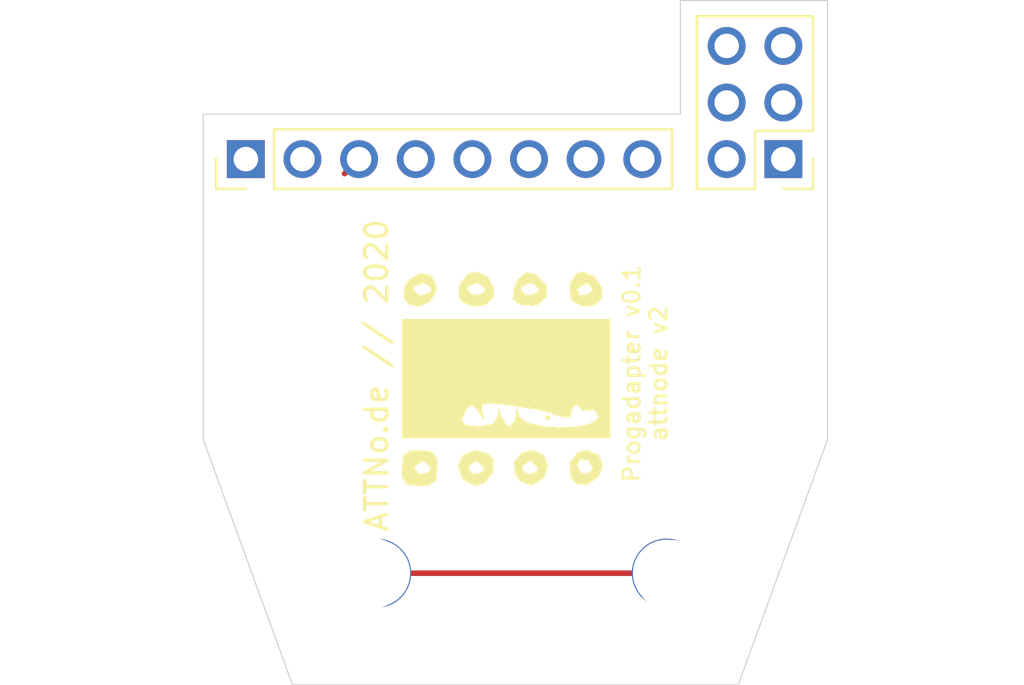
<source format=kicad_pcb>
(kicad_pcb (version 20171130) (host pcbnew "(5.1.8)-1")

  (general
    (thickness 1.6)
    (drawings 10)
    (tracks 6)
    (zones 0)
    (modules 7)
    (nets 15)
  )

  (page A4)
  (layers
    (0 F.Cu signal)
    (31 B.Cu signal)
    (32 B.Adhes user)
    (33 F.Adhes user)
    (34 B.Paste user)
    (35 F.Paste user)
    (36 B.SilkS user)
    (37 F.SilkS user)
    (38 B.Mask user)
    (39 F.Mask user)
    (40 Dwgs.User user)
    (41 Cmts.User user)
    (42 Eco1.User user)
    (43 Eco2.User user)
    (44 Edge.Cuts user)
    (45 Margin user)
    (46 B.CrtYd user)
    (47 F.CrtYd user)
    (48 B.Fab user)
    (49 F.Fab user)
  )

  (setup
    (last_trace_width 0.25)
    (trace_clearance 0.2)
    (zone_clearance 0.508)
    (zone_45_only no)
    (trace_min 0.2)
    (via_size 0.8)
    (via_drill 0.4)
    (via_min_size 0.4)
    (via_min_drill 0.3)
    (uvia_size 0.3)
    (uvia_drill 0.1)
    (uvias_allowed no)
    (uvia_min_size 0.2)
    (uvia_min_drill 0.1)
    (edge_width 0.05)
    (segment_width 0.2)
    (pcb_text_width 0.3)
    (pcb_text_size 1.5 1.5)
    (mod_edge_width 0.12)
    (mod_text_size 1 1)
    (mod_text_width 0.15)
    (pad_size 4.3 4.3)
    (pad_drill 4.3)
    (pad_to_mask_clearance 0.051)
    (solder_mask_min_width 0.25)
    (aux_axis_origin 0 0)
    (visible_elements 7FFFFFFF)
    (pcbplotparams
      (layerselection 0x010fc_ffffffff)
      (usegerberextensions false)
      (usegerberattributes false)
      (usegerberadvancedattributes false)
      (creategerberjobfile false)
      (excludeedgelayer true)
      (linewidth 0.100000)
      (plotframeref false)
      (viasonmask false)
      (mode 1)
      (useauxorigin false)
      (hpglpennumber 1)
      (hpglpenspeed 20)
      (hpglpendiameter 15.000000)
      (psnegative false)
      (psa4output false)
      (plotreference true)
      (plotvalue true)
      (plotinvisibletext false)
      (padsonsilk false)
      (subtractmaskfromsilk false)
      (outputformat 1)
      (mirror false)
      (drillshape 0)
      (scaleselection 1)
      (outputdirectory "Gerber_V2/"))
  )

  (net 0 "")
  (net 1 PRG_Vin)
  (net 2 "Net-(J1-Pad8)")
  (net 3 "Net-(J1-Pad7)")
  (net 4 "Net-(J1-Pad6)")
  (net 5 "Net-(J1-Pad5)")
  (net 6 "Net-(J1-Pad4)")
  (net 7 "Net-(J1-Pad3)")
  (net 8 "Net-(J1-Pad2)")
  (net 9 "Net-(J1-Pad1)")
  (net 10 PRG_GND)
  (net 11 "Net-(PRG-Out1-Pad5)")
  (net 12 "Net-(PRG-Out1-Pad4)")
  (net 13 "Net-(PRG-Out1-Pad3)")
  (net 14 "Net-(PRG-Out1-Pad1)")

  (net_class Default "Dies ist die voreingestellte Netzklasse."
    (clearance 0.2)
    (trace_width 0.25)
    (via_dia 0.8)
    (via_drill 0.4)
    (uvia_dia 0.3)
    (uvia_drill 0.1)
    (add_net "Net-(J1-Pad1)")
    (add_net "Net-(J1-Pad2)")
    (add_net "Net-(J1-Pad3)")
    (add_net "Net-(J1-Pad4)")
    (add_net "Net-(J1-Pad5)")
    (add_net "Net-(J1-Pad6)")
    (add_net "Net-(J1-Pad7)")
    (add_net "Net-(J1-Pad8)")
    (add_net "Net-(PRG-Out1-Pad1)")
    (add_net "Net-(PRG-Out1-Pad3)")
    (add_net "Net-(PRG-Out1-Pad4)")
    (add_net "Net-(PRG-Out1-Pad5)")
    (add_net PRG_GND)
    (add_net PRG_Vin)
  )

  (module MountingHole:MountingHole_4.3mm_M4_ISO7380 (layer F.Cu) (tedit 56D1B4CB) (tstamp 5FB22B1D)
    (at 79.8068 75)
    (descr "Mounting Hole 4.3mm, no annular, M4, ISO7380")
    (tags "mounting hole 4.3mm no annular m4 iso7380")
    (attr virtual)
    (fp_text reference REF** (at 0 -4.8) (layer F.SilkS) hide
      (effects (font (size 1 1) (thickness 0.15)))
    )
    (fp_text value MountingHole_4.3mm_M4_ISO7380 (at 0 4.8) (layer F.Fab)
      (effects (font (size 1 1) (thickness 0.15)))
    )
    (fp_circle (center 0 0) (end 3.8 0) (layer Cmts.User) (width 0.15))
    (fp_circle (center 0 0) (end 4.05 0) (layer F.CrtYd) (width 0.05))
    (fp_text user %R (at 0.3 0) (layer F.Fab)
      (effects (font (size 1 1) (thickness 0.15)))
    )
    (pad 1 np_thru_hole circle (at 0 0) (size 4.3 4.3) (drill 4.3) (layers *.Cu *.Mask))
  )

  (module MountingHole:MountingHole_4.3mm_M4_ISO7380 (layer F.Cu) (tedit 56D1B4CB) (tstamp 5FB22B56)
    (at 59.8932 75)
    (descr "Mounting Hole 4.3mm, no annular, M4, ISO7380")
    (tags "mounting hole 4.3mm no annular m4 iso7380")
    (attr virtual)
    (fp_text reference REF** (at 0 -4.8) (layer F.SilkS) hide
      (effects (font (size 1 1) (thickness 0.15)))
    )
    (fp_text value MountingHole_4.3mm_M4_ISO7380 (at 0 4.8) (layer F.Fab)
      (effects (font (size 1 1) (thickness 0.15)))
    )
    (fp_circle (center 0 0) (end 3.8 0) (layer Cmts.User) (width 0.15))
    (fp_circle (center 0 0) (end 4.05 0) (layer F.CrtYd) (width 0.05))
    (fp_text user %R (at 0.3 0) (layer F.Fab)
      (effects (font (size 1 1) (thickness 0.15)))
    )
    (pad 1 np_thru_hole circle (at 0 0) (size 4.3 4.3) (drill 4.3) (layers *.Cu *.Mask))
  )

  (module MountingHole:MountingHole_3.2mm_M3_DIN965 (layer F.Cu) (tedit 56D1B4CB) (tstamp 5FB22868)
    (at 63.5254 83.1088)
    (descr "Mounting Hole 3.2mm, no annular, M3, DIN965")
    (tags "mounting hole 3.2mm no annular m3 din965")
    (attr virtual)
    (fp_text reference REF** (at 0 -3.8) (layer F.SilkS) hide
      (effects (font (size 1 1) (thickness 0.15)))
    )
    (fp_text value MountingHole_3.2mm_M3_DIN965 (at 0 3.8) (layer F.Fab)
      (effects (font (size 1 1) (thickness 0.15)))
    )
    (fp_circle (center 0 0) (end 2.8 0) (layer Cmts.User) (width 0.15))
    (fp_circle (center 0 0) (end 3.05 0) (layer F.CrtYd) (width 0.05))
    (fp_text user %R (at 0.3 0) (layer F.Fab)
      (effects (font (size 1 1) (thickness 0.15)))
    )
    (pad 1 np_thru_hole circle (at 0 0) (size 3.2 3.2) (drill 3.2) (layers *.Cu *.Mask))
  )

  (module MountingHole:MountingHole_3.2mm_M3_DIN965 (layer F.Cu) (tedit 56D1B4CB) (tstamp 5FB22839)
    (at 76.9874 83.2104)
    (descr "Mounting Hole 3.2mm, no annular, M3, DIN965")
    (tags "mounting hole 3.2mm no annular m3 din965")
    (attr virtual)
    (fp_text reference REF** (at 0 -3.8) (layer F.SilkS) hide
      (effects (font (size 1 1) (thickness 0.15)))
    )
    (fp_text value MountingHole_3.2mm_M3_DIN965 (at 0 3.8) (layer F.Fab)
      (effects (font (size 1 1) (thickness 0.15)))
    )
    (fp_circle (center 0 0) (end 2.8 0) (layer Cmts.User) (width 0.15))
    (fp_circle (center 0 0) (end 3.05 0) (layer F.CrtYd) (width 0.05))
    (fp_text user %R (at 0.3 0) (layer F.Fab)
      (effects (font (size 1 1) (thickness 0.15)))
    )
    (pad 1 np_thru_hole circle (at 0 0) (size 3.2 3.2) (drill 3.2) (layers *.Cu *.Mask))
  )

  (module "Logo Attno.de:Logo_druck" (layer F.Cu) (tedit 0) (tstamp 5FB20DB1)
    (at 69.4436 74.3712)
    (fp_text reference G*** (at 0 0) (layer F.SilkS) hide
      (effects (font (size 1.524 1.524) (thickness 0.3)))
    )
    (fp_text value LOGO (at 0.75 0) (layer F.SilkS) hide
      (effects (font (size 1.524 1.524) (thickness 0.3)))
    )
    (fp_poly (pts (xy 2.138947 1.737895) (xy 2.005263 1.871579) (xy 1.871578 1.737895) (xy 2.005263 1.60421)
      (xy 2.138947 1.737895)) (layer F.SilkS) (width 0.01))
    (fp_poly (pts (xy 4.089816 -4.595979) (xy 4.434735 -4.1028) (xy 4.449882 -3.612879) (xy 4.088167 -3.2809)
      (xy 3.55026 -3.237404) (xy 3.109036 -3.48305) (xy 3.03774 -3.609474) (xy 3.005379 -4.010526)
      (xy 3.342105 -4.010526) (xy 3.402717 -3.781632) (xy 3.593694 -3.743158) (xy 3.959511 -3.882751)
      (xy 4.010526 -4.010526) (xy 3.818628 -4.270242) (xy 3.758937 -4.277895) (xy 3.39683 -4.083545)
      (xy 3.342105 -4.010526) (xy 3.005379 -4.010526) (xy 2.988838 -4.215517) (xy 3.2409 -4.683255)
      (xy 3.568344 -4.812632) (xy 4.089816 -4.595979)) (layer F.SilkS) (width 0.01))
    (fp_poly (pts (xy 1.497215 -4.664621) (xy 1.521708 -4.649808) (xy 1.958071 -4.173721) (xy 1.961382 -3.672715)
      (xy 1.558773 -3.320009) (xy 1.304155 -3.2608) (xy 0.68795 -3.334446) (xy 0.453572 -3.569022)
      (xy 0.476776 -4.010526) (xy 0.802105 -4.010526) (xy 1.018662 -3.773323) (xy 1.203157 -3.743158)
      (xy 1.558963 -3.887529) (xy 1.60421 -4.010526) (xy 1.387653 -4.24773) (xy 1.203157 -4.277895)
      (xy 0.847352 -4.133524) (xy 0.802105 -4.010526) (xy 0.476776 -4.010526) (xy 0.480169 -4.075083)
      (xy 0.671125 -4.452433) (xy 1.053407 -4.785038) (xy 1.497215 -4.664621)) (layer F.SilkS) (width 0.01))
    (fp_poly (pts (xy -0.698937 -4.587399) (xy -0.404882 -4.076307) (xy -0.425046 -3.643362) (xy -0.795864 -3.295983)
      (xy -1.358492 -3.230802) (xy -1.850527 -3.44782) (xy -1.981271 -3.643362) (xy -1.968038 -4.010526)
      (xy -1.604211 -4.010526) (xy -1.387654 -3.773323) (xy -1.203158 -3.743158) (xy -0.847353 -3.887529)
      (xy -0.802106 -4.010526) (xy -1.018663 -4.24773) (xy -1.203158 -4.277895) (xy -1.558964 -4.133524)
      (xy -1.604211 -4.010526) (xy -1.968038 -4.010526) (xy -1.960981 -4.206313) (xy -1.604019 -4.673505)
      (xy -1.203158 -4.812632) (xy -0.698937 -4.587399)) (layer F.SilkS) (width 0.01))
    (fp_poly (pts (xy -3.196971 -4.616923) (xy -2.979926 -4.140395) (xy -2.989143 -3.94488) (xy -3.252289 -3.462408)
      (xy -3.731266 -3.239198) (xy -4.214277 -3.323615) (xy -4.449336 -3.611454) (xy -4.423182 -4.010526)
      (xy -4.010527 -4.010526) (xy -3.79397 -3.773323) (xy -3.609474 -3.743158) (xy -3.253669 -3.887529)
      (xy -3.208422 -4.010526) (xy -3.424979 -4.24773) (xy -3.609474 -4.277895) (xy -3.96528 -4.133524)
      (xy -4.010527 -4.010526) (xy -4.423182 -4.010526) (xy -4.414565 -4.142002) (xy -4.201504 -4.468872)
      (xy -3.662664 -4.7517) (xy -3.196971 -4.616923)) (layer F.SilkS) (width 0.01))
    (fp_poly (pts (xy 4.812631 2.673684) (xy -4.545264 2.673684) (xy -4.545264 1.85671) (xy -1.84514 1.85671)
      (xy -1.640977 2.086836) (xy -1.069474 2.138947) (xy -0.449193 2.032284) (xy -0.236914 1.678869)
      (xy -0.236354 1.671053) (xy -0.199008 1.341536) (xy -0.120086 1.531401) (xy -0.083065 1.671053)
      (xy 0.137174 2.067551) (xy 0.286972 2.138947) (xy 0.512231 1.91694) (xy 0.565751 1.671053)
      (xy 0.603097 1.341536) (xy 0.682019 1.531401) (xy 0.71904 1.671053) (xy 1.023883 1.942669)
      (xy 1.661629 2.1152) (xy 2.468428 2.186887) (xy 3.280431 2.155969) (xy 3.933785 2.020685)
      (xy 4.264641 1.779275) (xy 4.277894 1.709289) (xy 4.113499 1.405706) (xy 3.876842 1.43353)
      (xy 3.532945 1.431665) (xy 3.475789 1.312671) (xy 3.31091 1.162077) (xy 3.204059 1.205853)
      (xy 3.040408 1.51151) (xy 3.071649 1.599214) (xy 2.983308 1.745726) (xy 2.741799 1.73488)
      (xy 2.344973 1.633411) (xy 2.272631 1.590545) (xy 2.017938 1.492766) (xy 1.298922 1.353099)
      (xy 0.183184 1.184476) (xy 0.064366 1.16815) (xy -0.638136 1.095906) (xy -0.934809 1.164674)
      (xy -0.945218 1.415944) (xy -0.918078 1.509049) (xy -0.821817 1.851758) (xy -0.926927 1.742986)
      (xy -1.080524 1.50529) (xy -1.365887 1.180679) (xy -1.595147 1.317081) (xy -1.631354 1.371606)
      (xy -1.84514 1.85671) (xy -4.545264 1.85671) (xy -4.545264 -2.673684) (xy 4.812631 -2.673684)
      (xy 4.812631 2.673684)) (layer F.SilkS) (width 0.01))
    (fp_poly (pts (xy 4.289104 3.40888) (xy 4.485854 3.883973) (xy 4.275068 4.414984) (xy 3.760298 4.770967)
      (xy 3.272011 4.712338) (xy 3.03774 4.411579) (xy 3.005955 3.923658) (xy 3.321753 3.923658)
      (xy 3.535729 4.214069) (xy 3.758937 4.277895) (xy 4.005698 4.098505) (xy 4.010526 4.055088)
      (xy 3.836112 3.667614) (xy 3.47406 3.613807) (xy 3.434135 3.635217) (xy 3.321753 3.923658)
      (xy 3.005955 3.923658) (xy 2.995131 3.757507) (xy 3.340792 3.309889) (xy 3.743157 3.208421)
      (xy 4.289104 3.40888)) (layer F.SilkS) (width 0.01))
    (fp_poly (pts (xy 1.830489 3.420844) (xy 2.023085 3.906185) (xy 1.850749 4.436547) (xy 1.843454 4.445467)
      (xy 1.308609 4.788602) (xy 0.789363 4.623462) (xy 0.556657 4.318854) (xy 0.512481 3.990474)
      (xy 0.85335 3.990474) (xy 0.982414 4.234271) (xy 1.203157 4.277895) (xy 1.535916 4.142232)
      (xy 1.552964 3.990474) (xy 1.276938 3.714239) (xy 1.203157 3.703053) (xy 0.889659 3.911204)
      (xy 0.85335 3.990474) (xy 0.512481 3.990474) (xy 0.479001 3.74161) (xy 0.834794 3.328056)
      (xy 1.36171 3.208421) (xy 1.830489 3.420844)) (layer F.SilkS) (width 0.01))
    (fp_poly (pts (xy -0.654718 3.377959) (xy -0.425046 3.643362) (xy -0.445336 4.206313) (xy -0.802298 4.673505)
      (xy -1.203158 4.812632) (xy -1.650245 4.625796) (xy -1.843455 4.445467) (xy -1.999823 3.990474)
      (xy -1.552965 3.990474) (xy -1.423901 4.234271) (xy -1.203158 4.277895) (xy -0.870399 4.142232)
      (xy -0.853351 3.990474) (xy -1.129378 3.714239) (xy -1.203158 3.703053) (xy -1.516657 3.911204)
      (xy -1.552965 3.990474) (xy -1.999823 3.990474) (xy -2.031887 3.897179) (xy -1.795855 3.42208)
      (xy -1.233012 3.208837) (xy -1.203158 3.208421) (xy -0.654718 3.377959)) (layer F.SilkS) (width 0.01))
    (fp_poly (pts (xy -3.175028 3.274671) (xy -2.965626 3.587178) (xy -2.941053 4.010526) (xy -3.007304 4.578657)
      (xy -3.319811 4.788059) (xy -3.743158 4.812632) (xy -4.311289 4.746381) (xy -4.520691 4.433874)
      (xy -4.545264 4.010526) (xy -4.542926 3.990474) (xy -3.959281 3.990474) (xy -3.830217 4.234271)
      (xy -3.609474 4.277895) (xy -3.276715 4.142232) (xy -3.259667 3.990474) (xy -3.535693 3.714239)
      (xy -3.609474 3.703053) (xy -3.922973 3.911204) (xy -3.959281 3.990474) (xy -4.542926 3.990474)
      (xy -4.479013 3.442395) (xy -4.166506 3.232994) (xy -3.743158 3.208421) (xy -3.175028 3.274671)) (layer F.SilkS) (width 0.01))
  )

  (module Connector_PinHeader_2.54mm:PinHeader_2x03_P2.54mm_Vertical (layer F.Cu) (tedit 5FB1263A) (tstamp 5E2A4CBB)
    (at 82.0166 64.516 180)
    (descr "Through hole straight pin header, 2x03, 2.54mm pitch, double rows")
    (tags "Through hole pin header THT 2x03 2.54mm double row")
    (path /5D69C5BF)
    (fp_text reference PRG-Out1 (at 1.27 -1.9304) (layer F.SilkS) hide
      (effects (font (size 0.8 0.8) (thickness 0.1)))
    )
    (fp_text value PRG (at 1.27 7.41) (layer F.Fab) hide
      (effects (font (size 1 1) (thickness 0.15)))
    )
    (fp_line (start 4.35 -1.8) (end -1.8 -1.8) (layer F.CrtYd) (width 0.05))
    (fp_line (start 4.35 6.85) (end 4.35 -1.8) (layer F.CrtYd) (width 0.05))
    (fp_line (start -1.8 6.85) (end 4.35 6.85) (layer F.CrtYd) (width 0.05))
    (fp_line (start -1.8 -1.8) (end -1.8 6.85) (layer F.CrtYd) (width 0.05))
    (fp_line (start -1.33 -1.33) (end 0 -1.33) (layer F.SilkS) (width 0.12))
    (fp_line (start -1.33 0) (end -1.33 -1.33) (layer F.SilkS) (width 0.12))
    (fp_line (start 1.27 -1.33) (end 3.87 -1.33) (layer F.SilkS) (width 0.12))
    (fp_line (start 1.27 1.27) (end 1.27 -1.33) (layer F.SilkS) (width 0.12))
    (fp_line (start -1.33 1.27) (end 1.27 1.27) (layer F.SilkS) (width 0.12))
    (fp_line (start 3.87 -1.33) (end 3.87 6.41) (layer F.SilkS) (width 0.12))
    (fp_line (start -1.33 1.27) (end -1.33 6.41) (layer F.SilkS) (width 0.12))
    (fp_line (start -1.33 6.41) (end 3.87 6.41) (layer F.SilkS) (width 0.12))
    (fp_line (start -1.27 0) (end 0 -1.27) (layer F.Fab) (width 0.1))
    (fp_line (start -1.27 6.35) (end -1.27 0) (layer F.Fab) (width 0.1))
    (fp_line (start 3.81 6.35) (end -1.27 6.35) (layer F.Fab) (width 0.1))
    (fp_line (start 3.81 -1.27) (end 3.81 6.35) (layer F.Fab) (width 0.1))
    (fp_line (start 0 -1.27) (end 3.81 -1.27) (layer F.Fab) (width 0.1))
    (fp_text user %R (at 1.27 2.54 180) (layer F.Fab) hide
      (effects (font (size 1 1) (thickness 0.15)))
    )
    (pad 6 thru_hole oval (at 2.54 5.08 180) (size 1.7 1.7) (drill 1.1) (layers *.Cu *.Mask)
      (net 10 PRG_GND))
    (pad 5 thru_hole oval (at 0 5.08 180) (size 1.7 1.7) (drill 1.1) (layers *.Cu *.Mask)
      (net 11 "Net-(PRG-Out1-Pad5)"))
    (pad 4 thru_hole oval (at 2.54 2.54 180) (size 1.7 1.7) (drill 1.1) (layers *.Cu *.Mask)
      (net 12 "Net-(PRG-Out1-Pad4)"))
    (pad 3 thru_hole oval (at 0 2.54 180) (size 1.7 1.7) (drill 1.1) (layers *.Cu *.Mask)
      (net 13 "Net-(PRG-Out1-Pad3)"))
    (pad 2 thru_hole oval (at 2.54 0 180) (size 1.7 1.7) (drill 1.1) (layers *.Cu *.Mask)
      (net 1 PRG_Vin))
    (pad 1 thru_hole rect (at 0 0 180) (size 1.7 1.7) (drill 1.1) (layers *.Cu *.Mask)
      (net 14 "Net-(PRG-Out1-Pad1)"))
  )

  (module Connector_PinHeader_2.54mm:PinHeader_1x08_P2.54mm_Vertical (layer F.Cu) (tedit 5FB12615) (tstamp 5E2A8742)
    (at 57.912 64.516 90)
    (descr "Through hole straight pin header, 1x08, 2.54mm pitch, single row")
    (tags "Through hole pin header THT 1x08 2.54mm single row")
    (path /5D68DC89)
    (fp_text reference J1 (at 1.8923 -0.0381) (layer F.SilkS) hide
      (effects (font (size 0.8 0.8) (thickness 0.1)))
    )
    (fp_text value J1 (at 0 20.11 90) (layer F.Fab) hide
      (effects (font (size 1 1) (thickness 0.15)))
    )
    (fp_line (start 1.8 -1.8) (end -1.8 -1.8) (layer F.CrtYd) (width 0.05))
    (fp_line (start 1.8 19.55) (end 1.8 -1.8) (layer F.CrtYd) (width 0.05))
    (fp_line (start -1.8 19.55) (end 1.8 19.55) (layer F.CrtYd) (width 0.05))
    (fp_line (start -1.8 -1.8) (end -1.8 19.55) (layer F.CrtYd) (width 0.05))
    (fp_line (start -1.33 -1.33) (end 0 -1.33) (layer F.SilkS) (width 0.12))
    (fp_line (start -1.33 0) (end -1.33 -1.33) (layer F.SilkS) (width 0.12))
    (fp_line (start -1.33 1.27) (end 1.33 1.27) (layer F.SilkS) (width 0.12))
    (fp_line (start 1.33 1.27) (end 1.33 19.11) (layer F.SilkS) (width 0.12))
    (fp_line (start -1.33 1.27) (end -1.33 19.11) (layer F.SilkS) (width 0.12))
    (fp_line (start -1.33 19.11) (end 1.33 19.11) (layer F.SilkS) (width 0.12))
    (fp_line (start -1.27 -0.635) (end -0.635 -1.27) (layer F.Fab) (width 0.1))
    (fp_line (start -1.27 19.05) (end -1.27 -0.635) (layer F.Fab) (width 0.1))
    (fp_line (start 1.27 19.05) (end -1.27 19.05) (layer F.Fab) (width 0.1))
    (fp_line (start 1.27 -1.27) (end 1.27 19.05) (layer F.Fab) (width 0.1))
    (fp_line (start -0.635 -1.27) (end 1.27 -1.27) (layer F.Fab) (width 0.1))
    (fp_text user %R (at 0 8.89) (layer F.Fab) hide
      (effects (font (size 1 1) (thickness 0.15)))
    )
    (pad 8 thru_hole oval (at 0 17.78 90) (size 1.7 1.7) (drill 1.1) (layers *.Cu *.Mask)
      (net 2 "Net-(J1-Pad8)"))
    (pad 7 thru_hole oval (at 0 15.24 90) (size 1.7 1.7) (drill 1.1) (layers *.Cu *.Mask)
      (net 3 "Net-(J1-Pad7)"))
    (pad 6 thru_hole oval (at 0 12.7 90) (size 1.7 1.7) (drill 1.1) (layers *.Cu *.Mask)
      (net 4 "Net-(J1-Pad6)"))
    (pad 5 thru_hole oval (at 0 10.16 90) (size 1.7 1.7) (drill 1.1) (layers *.Cu *.Mask)
      (net 5 "Net-(J1-Pad5)"))
    (pad 4 thru_hole oval (at 0 7.62 90) (size 1.7 1.7) (drill 1.1) (layers *.Cu *.Mask)
      (net 6 "Net-(J1-Pad4)"))
    (pad 3 thru_hole oval (at 0 5.08 90) (size 1.7 1.7) (drill 1.1) (layers *.Cu *.Mask)
      (net 7 "Net-(J1-Pad3)"))
    (pad 2 thru_hole oval (at 0 2.54 90) (size 1.7 1.7) (drill 1.1) (layers *.Cu *.Mask)
      (net 8 "Net-(J1-Pad2)"))
    (pad 1 thru_hole rect (at 0 0 90) (size 1.7 1.7) (drill 1.1) (layers *.Cu *.Mask)
      (net 9 "Net-(J1-Pad1)"))
  )

  (gr_text "Progadapter v0.1\nattnode v2" (at 75.819 74.1426 90) (layer F.SilkS)
    (effects (font (size 0.75 0.75) (thickness 0.12)))
  )
  (gr_text "ATTNo.de // 2020" (at 63.7794 74.2188 90) (layer F.SilkS)
    (effects (font (size 1 1) (thickness 0.15)))
  )
  (gr_line (start 77.4 62.5) (end 77.4 57.4) (layer Edge.Cuts) (width 0.05))
  (gr_line (start 56 62.5) (end 77.4 62.5) (layer Edge.Cuts) (width 0.05))
  (gr_line (start 84 57.4) (end 77.4 57.4) (layer Edge.Cuts) (width 0.05))
  (gr_line (start 56 77.1) (end 56 62.5) (layer Edge.Cuts) (width 0.05) (tstamp 5FB1788D))
  (gr_line (start 84 77.1) (end 84 57.4) (layer Edge.Cuts) (width 0.05))
  (gr_line (start 56 77.1) (end 60 88.1) (layer Edge.Cuts) (width 0.05))
  (gr_line (start 80 88.1) (end 84 77.1) (layer Edge.Cuts) (width 0.05))
  (gr_line (start 60 88.1) (end 80 88.1) (layer Edge.Cuts) (width 0.05))

  (via (at 76.776 83.1) (size 3.1) (drill 3) (layers F.Cu B.Cu) (net 0))
  (via (at 63.776 83.1) (size 3.1) (drill 3) (layers F.Cu B.Cu) (net 0))
  (segment (start 77.588328 83.1) (end 76.776 83.1) (width 0.25) (layer F.Cu) (net 0))
  (segment (start 63.776 83.1) (end 77.588328 83.1) (width 0.25) (layer F.Cu) (net 0))
  (segment (start 62.34 65.168) (end 62.992 64.516) (width 0.25) (layer F.Cu) (net 7))
  (segment (start 60.975001 65.039001) (end 60.452 64.516) (width 0.25) (layer F.Cu) (net 8))

)

</source>
